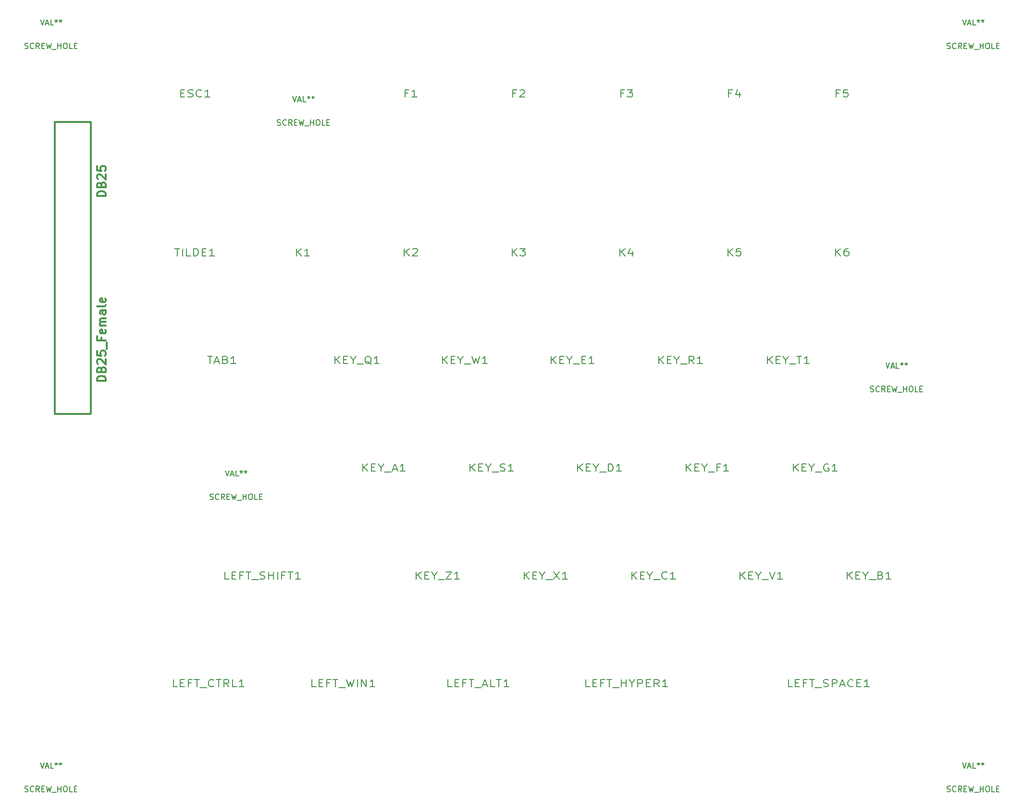
<source format=gbr>
G04 #@! TF.FileFunction,Legend,Top*
%FSLAX46Y46*%
G04 Gerber Fmt 4.6, Leading zero omitted, Abs format (unit mm)*
G04 Created by KiCad (PCBNEW 4.0.7) date 01/13/18 22:59:49*
%MOMM*%
%LPD*%
G01*
G04 APERTURE LIST*
%ADD10C,0.100000*%
%ADD11C,0.304800*%
%ADD12C,0.203200*%
%ADD13C,0.150000*%
G04 APERTURE END LIST*
D10*
D11*
X10675000Y-18846000D02*
X10675000Y-18846000D01*
X10675000Y-18846000D02*
X4325000Y-18846000D01*
X4325000Y-18846000D02*
X4325000Y-70281000D01*
X4325000Y-70281000D02*
X10675000Y-70281000D01*
X10675000Y-70281000D02*
X10675000Y-18973000D01*
X10675000Y-18973000D02*
X10675000Y-18846000D01*
X13269429Y-31872572D02*
X11745429Y-31872572D01*
X11745429Y-31509715D01*
X11818000Y-31292000D01*
X11963143Y-31146858D01*
X12108286Y-31074286D01*
X12398571Y-31001715D01*
X12616286Y-31001715D01*
X12906571Y-31074286D01*
X13051714Y-31146858D01*
X13196857Y-31292000D01*
X13269429Y-31509715D01*
X13269429Y-31872572D01*
X12471143Y-29840572D02*
X12543714Y-29622858D01*
X12616286Y-29550286D01*
X12761429Y-29477715D01*
X12979143Y-29477715D01*
X13124286Y-29550286D01*
X13196857Y-29622858D01*
X13269429Y-29768000D01*
X13269429Y-30348572D01*
X11745429Y-30348572D01*
X11745429Y-29840572D01*
X11818000Y-29695429D01*
X11890571Y-29622858D01*
X12035714Y-29550286D01*
X12180857Y-29550286D01*
X12326000Y-29622858D01*
X12398571Y-29695429D01*
X12471143Y-29840572D01*
X12471143Y-30348572D01*
X11890571Y-28897143D02*
X11818000Y-28824572D01*
X11745429Y-28679429D01*
X11745429Y-28316572D01*
X11818000Y-28171429D01*
X11890571Y-28098858D01*
X12035714Y-28026286D01*
X12180857Y-28026286D01*
X12398571Y-28098858D01*
X13269429Y-28969715D01*
X13269429Y-28026286D01*
X11745429Y-26647429D02*
X11745429Y-27373143D01*
X12471143Y-27445714D01*
X12398571Y-27373143D01*
X12326000Y-27228000D01*
X12326000Y-26865143D01*
X12398571Y-26720000D01*
X12471143Y-26647429D01*
X12616286Y-26574857D01*
X12979143Y-26574857D01*
X13124286Y-26647429D01*
X13196857Y-26720000D01*
X13269429Y-26865143D01*
X13269429Y-27228000D01*
X13196857Y-27373143D01*
X13124286Y-27445714D01*
X13269429Y-64457144D02*
X11745429Y-64457144D01*
X11745429Y-64094287D01*
X11818000Y-63876572D01*
X11963143Y-63731430D01*
X12108286Y-63658858D01*
X12398571Y-63586287D01*
X12616286Y-63586287D01*
X12906571Y-63658858D01*
X13051714Y-63731430D01*
X13196857Y-63876572D01*
X13269429Y-64094287D01*
X13269429Y-64457144D01*
X12471143Y-62425144D02*
X12543714Y-62207430D01*
X12616286Y-62134858D01*
X12761429Y-62062287D01*
X12979143Y-62062287D01*
X13124286Y-62134858D01*
X13196857Y-62207430D01*
X13269429Y-62352572D01*
X13269429Y-62933144D01*
X11745429Y-62933144D01*
X11745429Y-62425144D01*
X11818000Y-62280001D01*
X11890571Y-62207430D01*
X12035714Y-62134858D01*
X12180857Y-62134858D01*
X12326000Y-62207430D01*
X12398571Y-62280001D01*
X12471143Y-62425144D01*
X12471143Y-62933144D01*
X11890571Y-61481715D02*
X11818000Y-61409144D01*
X11745429Y-61264001D01*
X11745429Y-60901144D01*
X11818000Y-60756001D01*
X11890571Y-60683430D01*
X12035714Y-60610858D01*
X12180857Y-60610858D01*
X12398571Y-60683430D01*
X13269429Y-61554287D01*
X13269429Y-60610858D01*
X11745429Y-59232001D02*
X11745429Y-59957715D01*
X12471143Y-60030286D01*
X12398571Y-59957715D01*
X12326000Y-59812572D01*
X12326000Y-59449715D01*
X12398571Y-59304572D01*
X12471143Y-59232001D01*
X12616286Y-59159429D01*
X12979143Y-59159429D01*
X13124286Y-59232001D01*
X13196857Y-59304572D01*
X13269429Y-59449715D01*
X13269429Y-59812572D01*
X13196857Y-59957715D01*
X13124286Y-60030286D01*
X13414571Y-58869143D02*
X13414571Y-57708000D01*
X12471143Y-56837143D02*
X12471143Y-57345143D01*
X13269429Y-57345143D02*
X11745429Y-57345143D01*
X11745429Y-56619429D01*
X13196857Y-55458285D02*
X13269429Y-55603428D01*
X13269429Y-55893714D01*
X13196857Y-56038857D01*
X13051714Y-56111428D01*
X12471143Y-56111428D01*
X12326000Y-56038857D01*
X12253429Y-55893714D01*
X12253429Y-55603428D01*
X12326000Y-55458285D01*
X12471143Y-55385714D01*
X12616286Y-55385714D01*
X12761429Y-56111428D01*
X13269429Y-54732571D02*
X12253429Y-54732571D01*
X12398571Y-54732571D02*
X12326000Y-54659999D01*
X12253429Y-54514857D01*
X12253429Y-54297142D01*
X12326000Y-54151999D01*
X12471143Y-54079428D01*
X13269429Y-54079428D01*
X12471143Y-54079428D02*
X12326000Y-54006857D01*
X12253429Y-53861714D01*
X12253429Y-53643999D01*
X12326000Y-53498857D01*
X12471143Y-53426285D01*
X13269429Y-53426285D01*
X13269429Y-52047428D02*
X12471143Y-52047428D01*
X12326000Y-52119999D01*
X12253429Y-52265142D01*
X12253429Y-52555428D01*
X12326000Y-52700571D01*
X13196857Y-52047428D02*
X13269429Y-52192571D01*
X13269429Y-52555428D01*
X13196857Y-52700571D01*
X13051714Y-52773142D01*
X12906571Y-52773142D01*
X12761429Y-52700571D01*
X12688857Y-52555428D01*
X12688857Y-52192571D01*
X12616286Y-52047428D01*
X13269429Y-51104000D02*
X13196857Y-51249142D01*
X13051714Y-51321714D01*
X11745429Y-51321714D01*
X13196857Y-49942856D02*
X13269429Y-50087999D01*
X13269429Y-50378285D01*
X13196857Y-50523428D01*
X13051714Y-50595999D01*
X12471143Y-50595999D01*
X12326000Y-50523428D01*
X12253429Y-50378285D01*
X12253429Y-50087999D01*
X12326000Y-49942856D01*
X12471143Y-49870285D01*
X12616286Y-49870285D01*
X12761429Y-50595999D01*
D12*
X26460000Y-13734286D02*
X26968000Y-13734286D01*
X27185714Y-14399524D02*
X26460000Y-14399524D01*
X26460000Y-13129524D01*
X27185714Y-13129524D01*
X27766286Y-14339048D02*
X27984000Y-14399524D01*
X28346857Y-14399524D01*
X28492000Y-14339048D01*
X28564571Y-14278571D01*
X28637143Y-14157619D01*
X28637143Y-14036667D01*
X28564571Y-13915714D01*
X28492000Y-13855238D01*
X28346857Y-13794762D01*
X28056571Y-13734286D01*
X27911429Y-13673810D01*
X27838857Y-13613333D01*
X27766286Y-13492381D01*
X27766286Y-13371429D01*
X27838857Y-13250476D01*
X27911429Y-13190000D01*
X28056571Y-13129524D01*
X28419429Y-13129524D01*
X28637143Y-13190000D01*
X30161143Y-14278571D02*
X30088572Y-14339048D01*
X29870858Y-14399524D01*
X29725715Y-14399524D01*
X29508000Y-14339048D01*
X29362858Y-14218095D01*
X29290286Y-14097143D01*
X29217715Y-13855238D01*
X29217715Y-13673810D01*
X29290286Y-13431905D01*
X29362858Y-13310952D01*
X29508000Y-13190000D01*
X29725715Y-13129524D01*
X29870858Y-13129524D01*
X30088572Y-13190000D01*
X30161143Y-13250476D01*
X31612572Y-14399524D02*
X30741715Y-14399524D01*
X31177143Y-14399524D02*
X31177143Y-13129524D01*
X31032000Y-13310952D01*
X30886858Y-13431905D01*
X30741715Y-13492381D01*
X66492000Y-13734286D02*
X65984000Y-13734286D01*
X65984000Y-14399524D02*
X65984000Y-13129524D01*
X66709714Y-13129524D01*
X68088572Y-14399524D02*
X67217715Y-14399524D01*
X67653143Y-14399524D02*
X67653143Y-13129524D01*
X67508000Y-13310952D01*
X67362858Y-13431905D01*
X67217715Y-13492381D01*
X85492000Y-13734286D02*
X84984000Y-13734286D01*
X84984000Y-14399524D02*
X84984000Y-13129524D01*
X85709714Y-13129524D01*
X86217715Y-13250476D02*
X86290286Y-13190000D01*
X86435429Y-13129524D01*
X86798286Y-13129524D01*
X86943429Y-13190000D01*
X87016000Y-13250476D01*
X87088572Y-13371429D01*
X87088572Y-13492381D01*
X87016000Y-13673810D01*
X86145143Y-14399524D01*
X87088572Y-14399524D01*
X104492000Y-13734286D02*
X103984000Y-13734286D01*
X103984000Y-14399524D02*
X103984000Y-13129524D01*
X104709714Y-13129524D01*
X105145143Y-13129524D02*
X106088572Y-13129524D01*
X105580572Y-13613333D01*
X105798286Y-13613333D01*
X105943429Y-13673810D01*
X106016000Y-13734286D01*
X106088572Y-13855238D01*
X106088572Y-14157619D01*
X106016000Y-14278571D01*
X105943429Y-14339048D01*
X105798286Y-14399524D01*
X105362858Y-14399524D01*
X105217715Y-14339048D01*
X105145143Y-14278571D01*
X123492000Y-13734286D02*
X122984000Y-13734286D01*
X122984000Y-14399524D02*
X122984000Y-13129524D01*
X123709714Y-13129524D01*
X124943429Y-13552857D02*
X124943429Y-14399524D01*
X124580572Y-13069048D02*
X124217715Y-13976190D01*
X125161143Y-13976190D01*
X142492000Y-13734286D02*
X141984000Y-13734286D01*
X141984000Y-14399524D02*
X141984000Y-13129524D01*
X142709714Y-13129524D01*
X144016000Y-13129524D02*
X143290286Y-13129524D01*
X143217715Y-13734286D01*
X143290286Y-13673810D01*
X143435429Y-13613333D01*
X143798286Y-13613333D01*
X143943429Y-13673810D01*
X144016000Y-13734286D01*
X144088572Y-13855238D01*
X144088572Y-14157619D01*
X144016000Y-14278571D01*
X143943429Y-14339048D01*
X143798286Y-14399524D01*
X143435429Y-14399524D01*
X143290286Y-14339048D01*
X143217715Y-14278571D01*
X46875143Y-42399524D02*
X46875143Y-41129524D01*
X47746000Y-42399524D02*
X47092857Y-41673810D01*
X47746000Y-41129524D02*
X46875143Y-41855238D01*
X49197429Y-42399524D02*
X48326572Y-42399524D01*
X48762000Y-42399524D02*
X48762000Y-41129524D01*
X48616857Y-41310952D01*
X48471715Y-41431905D01*
X48326572Y-41492381D01*
X65875143Y-42399524D02*
X65875143Y-41129524D01*
X66746000Y-42399524D02*
X66092857Y-41673810D01*
X66746000Y-41129524D02*
X65875143Y-41855238D01*
X67326572Y-41250476D02*
X67399143Y-41190000D01*
X67544286Y-41129524D01*
X67907143Y-41129524D01*
X68052286Y-41190000D01*
X68124857Y-41250476D01*
X68197429Y-41371429D01*
X68197429Y-41492381D01*
X68124857Y-41673810D01*
X67254000Y-42399524D01*
X68197429Y-42399524D01*
X84875143Y-42399524D02*
X84875143Y-41129524D01*
X85746000Y-42399524D02*
X85092857Y-41673810D01*
X85746000Y-41129524D02*
X84875143Y-41855238D01*
X86254000Y-41129524D02*
X87197429Y-41129524D01*
X86689429Y-41613333D01*
X86907143Y-41613333D01*
X87052286Y-41673810D01*
X87124857Y-41734286D01*
X87197429Y-41855238D01*
X87197429Y-42157619D01*
X87124857Y-42278571D01*
X87052286Y-42339048D01*
X86907143Y-42399524D01*
X86471715Y-42399524D01*
X86326572Y-42339048D01*
X86254000Y-42278571D01*
X103875143Y-42399524D02*
X103875143Y-41129524D01*
X104746000Y-42399524D02*
X104092857Y-41673810D01*
X104746000Y-41129524D02*
X103875143Y-41855238D01*
X106052286Y-41552857D02*
X106052286Y-42399524D01*
X105689429Y-41069048D02*
X105326572Y-41976190D01*
X106270000Y-41976190D01*
X122875143Y-42399524D02*
X122875143Y-41129524D01*
X123746000Y-42399524D02*
X123092857Y-41673810D01*
X123746000Y-41129524D02*
X122875143Y-41855238D01*
X125124857Y-41129524D02*
X124399143Y-41129524D01*
X124326572Y-41734286D01*
X124399143Y-41673810D01*
X124544286Y-41613333D01*
X124907143Y-41613333D01*
X125052286Y-41673810D01*
X125124857Y-41734286D01*
X125197429Y-41855238D01*
X125197429Y-42157619D01*
X125124857Y-42278571D01*
X125052286Y-42339048D01*
X124907143Y-42399524D01*
X124544286Y-42399524D01*
X124399143Y-42339048D01*
X124326572Y-42278571D01*
X141875143Y-42399524D02*
X141875143Y-41129524D01*
X142746000Y-42399524D02*
X142092857Y-41673810D01*
X142746000Y-41129524D02*
X141875143Y-41855238D01*
X144052286Y-41129524D02*
X143762000Y-41129524D01*
X143616857Y-41190000D01*
X143544286Y-41250476D01*
X143399143Y-41431905D01*
X143326572Y-41673810D01*
X143326572Y-42157619D01*
X143399143Y-42278571D01*
X143471715Y-42339048D01*
X143616857Y-42399524D01*
X143907143Y-42399524D01*
X144052286Y-42339048D01*
X144124857Y-42278571D01*
X144197429Y-42157619D01*
X144197429Y-41855238D01*
X144124857Y-41734286D01*
X144052286Y-41673810D01*
X143907143Y-41613333D01*
X143616857Y-41613333D01*
X143471715Y-41673810D01*
X143399143Y-41734286D01*
X143326572Y-41855238D01*
X58548857Y-80399524D02*
X58548857Y-79129524D01*
X59419714Y-80399524D02*
X58766571Y-79673810D01*
X59419714Y-79129524D02*
X58548857Y-79855238D01*
X60072857Y-79734286D02*
X60580857Y-79734286D01*
X60798571Y-80399524D02*
X60072857Y-80399524D01*
X60072857Y-79129524D01*
X60798571Y-79129524D01*
X61742000Y-79794762D02*
X61742000Y-80399524D01*
X61234000Y-79129524D02*
X61742000Y-79794762D01*
X62250000Y-79129524D01*
X62395143Y-80520476D02*
X63556286Y-80520476D01*
X63846572Y-80036667D02*
X64572286Y-80036667D01*
X63701429Y-80399524D02*
X64209429Y-79129524D01*
X64717429Y-80399524D01*
X66023715Y-80399524D02*
X65152858Y-80399524D01*
X65588286Y-80399524D02*
X65588286Y-79129524D01*
X65443143Y-79310952D01*
X65298001Y-79431905D01*
X65152858Y-79492381D01*
X143940000Y-99399524D02*
X143940000Y-98129524D01*
X144810857Y-99399524D02*
X144157714Y-98673810D01*
X144810857Y-98129524D02*
X143940000Y-98855238D01*
X145464000Y-98734286D02*
X145972000Y-98734286D01*
X146189714Y-99399524D02*
X145464000Y-99399524D01*
X145464000Y-98129524D01*
X146189714Y-98129524D01*
X147133143Y-98794762D02*
X147133143Y-99399524D01*
X146625143Y-98129524D02*
X147133143Y-98794762D01*
X147641143Y-98129524D01*
X147786286Y-99520476D02*
X148947429Y-99520476D01*
X149818286Y-98734286D02*
X150036000Y-98794762D01*
X150108572Y-98855238D01*
X150181143Y-98976190D01*
X150181143Y-99157619D01*
X150108572Y-99278571D01*
X150036000Y-99339048D01*
X149890858Y-99399524D01*
X149310286Y-99399524D01*
X149310286Y-98129524D01*
X149818286Y-98129524D01*
X149963429Y-98190000D01*
X150036000Y-98250476D01*
X150108572Y-98371429D01*
X150108572Y-98492381D01*
X150036000Y-98613333D01*
X149963429Y-98673810D01*
X149818286Y-98734286D01*
X149310286Y-98734286D01*
X151632572Y-99399524D02*
X150761715Y-99399524D01*
X151197143Y-99399524D02*
X151197143Y-98129524D01*
X151052000Y-98310952D01*
X150906858Y-98431905D01*
X150761715Y-98492381D01*
X105940000Y-99399524D02*
X105940000Y-98129524D01*
X106810857Y-99399524D02*
X106157714Y-98673810D01*
X106810857Y-98129524D02*
X105940000Y-98855238D01*
X107464000Y-98734286D02*
X107972000Y-98734286D01*
X108189714Y-99399524D02*
X107464000Y-99399524D01*
X107464000Y-98129524D01*
X108189714Y-98129524D01*
X109133143Y-98794762D02*
X109133143Y-99399524D01*
X108625143Y-98129524D02*
X109133143Y-98794762D01*
X109641143Y-98129524D01*
X109786286Y-99520476D02*
X110947429Y-99520476D01*
X112181143Y-99278571D02*
X112108572Y-99339048D01*
X111890858Y-99399524D01*
X111745715Y-99399524D01*
X111528000Y-99339048D01*
X111382858Y-99218095D01*
X111310286Y-99097143D01*
X111237715Y-98855238D01*
X111237715Y-98673810D01*
X111310286Y-98431905D01*
X111382858Y-98310952D01*
X111528000Y-98190000D01*
X111745715Y-98129524D01*
X111890858Y-98129524D01*
X112108572Y-98190000D01*
X112181143Y-98250476D01*
X113632572Y-99399524D02*
X112761715Y-99399524D01*
X113197143Y-99399524D02*
X113197143Y-98129524D01*
X113052000Y-98310952D01*
X112906858Y-98431905D01*
X112761715Y-98492381D01*
X96440000Y-80399524D02*
X96440000Y-79129524D01*
X97310857Y-80399524D02*
X96657714Y-79673810D01*
X97310857Y-79129524D02*
X96440000Y-79855238D01*
X97964000Y-79734286D02*
X98472000Y-79734286D01*
X98689714Y-80399524D02*
X97964000Y-80399524D01*
X97964000Y-79129524D01*
X98689714Y-79129524D01*
X99633143Y-79794762D02*
X99633143Y-80399524D01*
X99125143Y-79129524D02*
X99633143Y-79794762D01*
X100141143Y-79129524D01*
X100286286Y-80520476D02*
X101447429Y-80520476D01*
X101810286Y-80399524D02*
X101810286Y-79129524D01*
X102173143Y-79129524D01*
X102390858Y-79190000D01*
X102536000Y-79310952D01*
X102608572Y-79431905D01*
X102681143Y-79673810D01*
X102681143Y-79855238D01*
X102608572Y-80097143D01*
X102536000Y-80218095D01*
X102390858Y-80339048D01*
X102173143Y-80399524D01*
X101810286Y-80399524D01*
X104132572Y-80399524D02*
X103261715Y-80399524D01*
X103697143Y-80399524D02*
X103697143Y-79129524D01*
X103552000Y-79310952D01*
X103406858Y-79431905D01*
X103261715Y-79492381D01*
X91762571Y-61399524D02*
X91762571Y-60129524D01*
X92633428Y-61399524D02*
X91980285Y-60673810D01*
X92633428Y-60129524D02*
X91762571Y-60855238D01*
X93286571Y-60734286D02*
X93794571Y-60734286D01*
X94012285Y-61399524D02*
X93286571Y-61399524D01*
X93286571Y-60129524D01*
X94012285Y-60129524D01*
X94955714Y-60794762D02*
X94955714Y-61399524D01*
X94447714Y-60129524D02*
X94955714Y-60794762D01*
X95463714Y-60129524D01*
X95608857Y-61520476D02*
X96770000Y-61520476D01*
X97132857Y-60734286D02*
X97640857Y-60734286D01*
X97858571Y-61399524D02*
X97132857Y-61399524D01*
X97132857Y-60129524D01*
X97858571Y-60129524D01*
X99310000Y-61399524D02*
X98439143Y-61399524D01*
X98874571Y-61399524D02*
X98874571Y-60129524D01*
X98729428Y-60310952D01*
X98584286Y-60431905D01*
X98439143Y-60492381D01*
X115548857Y-80399524D02*
X115548857Y-79129524D01*
X116419714Y-80399524D02*
X115766571Y-79673810D01*
X116419714Y-79129524D02*
X115548857Y-79855238D01*
X117072857Y-79734286D02*
X117580857Y-79734286D01*
X117798571Y-80399524D02*
X117072857Y-80399524D01*
X117072857Y-79129524D01*
X117798571Y-79129524D01*
X118742000Y-79794762D02*
X118742000Y-80399524D01*
X118234000Y-79129524D02*
X118742000Y-79794762D01*
X119250000Y-79129524D01*
X119395143Y-80520476D02*
X120556286Y-80520476D01*
X121427143Y-79734286D02*
X120919143Y-79734286D01*
X120919143Y-80399524D02*
X120919143Y-79129524D01*
X121644857Y-79129524D01*
X123023715Y-80399524D02*
X122152858Y-80399524D01*
X122588286Y-80399524D02*
X122588286Y-79129524D01*
X122443143Y-79310952D01*
X122298001Y-79431905D01*
X122152858Y-79492381D01*
X134440000Y-80399524D02*
X134440000Y-79129524D01*
X135310857Y-80399524D02*
X134657714Y-79673810D01*
X135310857Y-79129524D02*
X134440000Y-79855238D01*
X135964000Y-79734286D02*
X136472000Y-79734286D01*
X136689714Y-80399524D02*
X135964000Y-80399524D01*
X135964000Y-79129524D01*
X136689714Y-79129524D01*
X137633143Y-79794762D02*
X137633143Y-80399524D01*
X137125143Y-79129524D02*
X137633143Y-79794762D01*
X138141143Y-79129524D01*
X138286286Y-80520476D02*
X139447429Y-80520476D01*
X140608572Y-79190000D02*
X140463429Y-79129524D01*
X140245715Y-79129524D01*
X140028000Y-79190000D01*
X139882858Y-79310952D01*
X139810286Y-79431905D01*
X139737715Y-79673810D01*
X139737715Y-79855238D01*
X139810286Y-80097143D01*
X139882858Y-80218095D01*
X140028000Y-80339048D01*
X140245715Y-80399524D01*
X140390858Y-80399524D01*
X140608572Y-80339048D01*
X140681143Y-80278571D01*
X140681143Y-79855238D01*
X140390858Y-79855238D01*
X142132572Y-80399524D02*
X141261715Y-80399524D01*
X141697143Y-80399524D02*
X141697143Y-79129524D01*
X141552000Y-79310952D01*
X141406858Y-79431905D01*
X141261715Y-79492381D01*
X53653714Y-61399524D02*
X53653714Y-60129524D01*
X54524571Y-61399524D02*
X53871428Y-60673810D01*
X54524571Y-60129524D02*
X53653714Y-60855238D01*
X55177714Y-60734286D02*
X55685714Y-60734286D01*
X55903428Y-61399524D02*
X55177714Y-61399524D01*
X55177714Y-60129524D01*
X55903428Y-60129524D01*
X56846857Y-60794762D02*
X56846857Y-61399524D01*
X56338857Y-60129524D02*
X56846857Y-60794762D01*
X57354857Y-60129524D01*
X57500000Y-61520476D02*
X58661143Y-61520476D01*
X60040000Y-61520476D02*
X59894857Y-61460000D01*
X59749714Y-61339048D01*
X59532000Y-61157619D01*
X59386857Y-61097143D01*
X59241714Y-61097143D01*
X59314286Y-61399524D02*
X59169143Y-61339048D01*
X59024000Y-61218095D01*
X58951429Y-60976190D01*
X58951429Y-60552857D01*
X59024000Y-60310952D01*
X59169143Y-60190000D01*
X59314286Y-60129524D01*
X59604572Y-60129524D01*
X59749714Y-60190000D01*
X59894857Y-60310952D01*
X59967429Y-60552857D01*
X59967429Y-60976190D01*
X59894857Y-61218095D01*
X59749714Y-61339048D01*
X59604572Y-61399524D01*
X59314286Y-61399524D01*
X61418857Y-61399524D02*
X60548000Y-61399524D01*
X60983428Y-61399524D02*
X60983428Y-60129524D01*
X60838285Y-60310952D01*
X60693143Y-60431905D01*
X60548000Y-60492381D01*
X110690000Y-61399524D02*
X110690000Y-60129524D01*
X111560857Y-61399524D02*
X110907714Y-60673810D01*
X111560857Y-60129524D02*
X110690000Y-60855238D01*
X112214000Y-60734286D02*
X112722000Y-60734286D01*
X112939714Y-61399524D02*
X112214000Y-61399524D01*
X112214000Y-60129524D01*
X112939714Y-60129524D01*
X113883143Y-60794762D02*
X113883143Y-61399524D01*
X113375143Y-60129524D02*
X113883143Y-60794762D01*
X114391143Y-60129524D01*
X114536286Y-61520476D02*
X115697429Y-61520476D01*
X116931143Y-61399524D02*
X116423143Y-60794762D01*
X116060286Y-61399524D02*
X116060286Y-60129524D01*
X116640858Y-60129524D01*
X116786000Y-60190000D01*
X116858572Y-60250476D01*
X116931143Y-60371429D01*
X116931143Y-60552857D01*
X116858572Y-60673810D01*
X116786000Y-60734286D01*
X116640858Y-60794762D01*
X116060286Y-60794762D01*
X118382572Y-61399524D02*
X117511715Y-61399524D01*
X117947143Y-61399524D02*
X117947143Y-60129524D01*
X117802000Y-60310952D01*
X117656858Y-60431905D01*
X117511715Y-60492381D01*
X77476285Y-80399524D02*
X77476285Y-79129524D01*
X78347142Y-80399524D02*
X77693999Y-79673810D01*
X78347142Y-79129524D02*
X77476285Y-79855238D01*
X79000285Y-79734286D02*
X79508285Y-79734286D01*
X79725999Y-80399524D02*
X79000285Y-80399524D01*
X79000285Y-79129524D01*
X79725999Y-79129524D01*
X80669428Y-79794762D02*
X80669428Y-80399524D01*
X80161428Y-79129524D02*
X80669428Y-79794762D01*
X81177428Y-79129524D01*
X81322571Y-80520476D02*
X82483714Y-80520476D01*
X82774000Y-80339048D02*
X82991714Y-80399524D01*
X83354571Y-80399524D01*
X83499714Y-80339048D01*
X83572285Y-80278571D01*
X83644857Y-80157619D01*
X83644857Y-80036667D01*
X83572285Y-79915714D01*
X83499714Y-79855238D01*
X83354571Y-79794762D01*
X83064285Y-79734286D01*
X82919143Y-79673810D01*
X82846571Y-79613333D01*
X82774000Y-79492381D01*
X82774000Y-79371429D01*
X82846571Y-79250476D01*
X82919143Y-79190000D01*
X83064285Y-79129524D01*
X83427143Y-79129524D01*
X83644857Y-79190000D01*
X85096286Y-80399524D02*
X84225429Y-80399524D01*
X84660857Y-80399524D02*
X84660857Y-79129524D01*
X84515714Y-79310952D01*
X84370572Y-79431905D01*
X84225429Y-79492381D01*
X129871428Y-61399524D02*
X129871428Y-60129524D01*
X130742285Y-61399524D02*
X130089142Y-60673810D01*
X130742285Y-60129524D02*
X129871428Y-60855238D01*
X131395428Y-60734286D02*
X131903428Y-60734286D01*
X132121142Y-61399524D02*
X131395428Y-61399524D01*
X131395428Y-60129524D01*
X132121142Y-60129524D01*
X133064571Y-60794762D02*
X133064571Y-61399524D01*
X132556571Y-60129524D02*
X133064571Y-60794762D01*
X133572571Y-60129524D01*
X133717714Y-61520476D02*
X134878857Y-61520476D01*
X135024000Y-60129524D02*
X135894857Y-60129524D01*
X135459428Y-61399524D02*
X135459428Y-60129524D01*
X137201143Y-61399524D02*
X136330286Y-61399524D01*
X136765714Y-61399524D02*
X136765714Y-60129524D01*
X136620571Y-60310952D01*
X136475429Y-60431905D01*
X136330286Y-60492381D01*
X125048857Y-99399524D02*
X125048857Y-98129524D01*
X125919714Y-99399524D02*
X125266571Y-98673810D01*
X125919714Y-98129524D02*
X125048857Y-98855238D01*
X126572857Y-98734286D02*
X127080857Y-98734286D01*
X127298571Y-99399524D02*
X126572857Y-99399524D01*
X126572857Y-98129524D01*
X127298571Y-98129524D01*
X128242000Y-98794762D02*
X128242000Y-99399524D01*
X127734000Y-98129524D02*
X128242000Y-98794762D01*
X128750000Y-98129524D01*
X128895143Y-99520476D02*
X130056286Y-99520476D01*
X130201429Y-98129524D02*
X130709429Y-99399524D01*
X131217429Y-98129524D01*
X132523715Y-99399524D02*
X131652858Y-99399524D01*
X132088286Y-99399524D02*
X132088286Y-98129524D01*
X131943143Y-98310952D01*
X131798001Y-98431905D01*
X131652858Y-98492381D01*
X72581143Y-61399524D02*
X72581143Y-60129524D01*
X73452000Y-61399524D02*
X72798857Y-60673810D01*
X73452000Y-60129524D02*
X72581143Y-60855238D01*
X74105143Y-60734286D02*
X74613143Y-60734286D01*
X74830857Y-61399524D02*
X74105143Y-61399524D01*
X74105143Y-60129524D01*
X74830857Y-60129524D01*
X75774286Y-60794762D02*
X75774286Y-61399524D01*
X75266286Y-60129524D02*
X75774286Y-60794762D01*
X76282286Y-60129524D01*
X76427429Y-61520476D02*
X77588572Y-61520476D01*
X77806286Y-60129524D02*
X78169143Y-61399524D01*
X78459429Y-60492381D01*
X78749715Y-61399524D01*
X79112572Y-60129524D01*
X80491429Y-61399524D02*
X79620572Y-61399524D01*
X80056000Y-61399524D02*
X80056000Y-60129524D01*
X79910857Y-60310952D01*
X79765715Y-60431905D01*
X79620572Y-60492381D01*
X86976285Y-99399524D02*
X86976285Y-98129524D01*
X87847142Y-99399524D02*
X87193999Y-98673810D01*
X87847142Y-98129524D02*
X86976285Y-98855238D01*
X88500285Y-98734286D02*
X89008285Y-98734286D01*
X89225999Y-99399524D02*
X88500285Y-99399524D01*
X88500285Y-98129524D01*
X89225999Y-98129524D01*
X90169428Y-98794762D02*
X90169428Y-99399524D01*
X89661428Y-98129524D02*
X90169428Y-98794762D01*
X90677428Y-98129524D01*
X90822571Y-99520476D02*
X91983714Y-99520476D01*
X92201428Y-98129524D02*
X93217428Y-99399524D01*
X93217428Y-98129524D02*
X92201428Y-99399524D01*
X94596286Y-99399524D02*
X93725429Y-99399524D01*
X94160857Y-99399524D02*
X94160857Y-98129524D01*
X94015714Y-98310952D01*
X93870572Y-98431905D01*
X93725429Y-98492381D01*
X67976285Y-99399524D02*
X67976285Y-98129524D01*
X68847142Y-99399524D02*
X68193999Y-98673810D01*
X68847142Y-98129524D02*
X67976285Y-98855238D01*
X69500285Y-98734286D02*
X70008285Y-98734286D01*
X70225999Y-99399524D02*
X69500285Y-99399524D01*
X69500285Y-98129524D01*
X70225999Y-98129524D01*
X71169428Y-98794762D02*
X71169428Y-99399524D01*
X70661428Y-98129524D02*
X71169428Y-98794762D01*
X71677428Y-98129524D01*
X71822571Y-99520476D02*
X72983714Y-99520476D01*
X73201428Y-98129524D02*
X74217428Y-98129524D01*
X73201428Y-99399524D01*
X74217428Y-99399524D01*
X75596286Y-99399524D02*
X74725429Y-99399524D01*
X75160857Y-99399524D02*
X75160857Y-98129524D01*
X75015714Y-98310952D01*
X74870572Y-98431905D01*
X74725429Y-98492381D01*
X74266714Y-118399524D02*
X73541000Y-118399524D01*
X73541000Y-117129524D01*
X74774714Y-117734286D02*
X75282714Y-117734286D01*
X75500428Y-118399524D02*
X74774714Y-118399524D01*
X74774714Y-117129524D01*
X75500428Y-117129524D01*
X76661571Y-117734286D02*
X76153571Y-117734286D01*
X76153571Y-118399524D02*
X76153571Y-117129524D01*
X76879285Y-117129524D01*
X77242143Y-117129524D02*
X78113000Y-117129524D01*
X77677571Y-118399524D02*
X77677571Y-117129524D01*
X78258143Y-118520476D02*
X79419286Y-118520476D01*
X79709572Y-118036667D02*
X80435286Y-118036667D01*
X79564429Y-118399524D02*
X80072429Y-117129524D01*
X80580429Y-118399524D01*
X81814143Y-118399524D02*
X81088429Y-118399524D01*
X81088429Y-117129524D01*
X82104429Y-117129524D02*
X82975286Y-117129524D01*
X82539857Y-118399524D02*
X82539857Y-117129524D01*
X84281572Y-118399524D02*
X83410715Y-118399524D01*
X83846143Y-118399524D02*
X83846143Y-117129524D01*
X83701000Y-117310952D01*
X83555858Y-117431905D01*
X83410715Y-117492381D01*
X25895857Y-118399524D02*
X25170143Y-118399524D01*
X25170143Y-117129524D01*
X26403857Y-117734286D02*
X26911857Y-117734286D01*
X27129571Y-118399524D02*
X26403857Y-118399524D01*
X26403857Y-117129524D01*
X27129571Y-117129524D01*
X28290714Y-117734286D02*
X27782714Y-117734286D01*
X27782714Y-118399524D02*
X27782714Y-117129524D01*
X28508428Y-117129524D01*
X28871286Y-117129524D02*
X29742143Y-117129524D01*
X29306714Y-118399524D02*
X29306714Y-117129524D01*
X29887286Y-118520476D02*
X31048429Y-118520476D01*
X32282143Y-118278571D02*
X32209572Y-118339048D01*
X31991858Y-118399524D01*
X31846715Y-118399524D01*
X31629000Y-118339048D01*
X31483858Y-118218095D01*
X31411286Y-118097143D01*
X31338715Y-117855238D01*
X31338715Y-117673810D01*
X31411286Y-117431905D01*
X31483858Y-117310952D01*
X31629000Y-117190000D01*
X31846715Y-117129524D01*
X31991858Y-117129524D01*
X32209572Y-117190000D01*
X32282143Y-117250476D01*
X32717572Y-117129524D02*
X33588429Y-117129524D01*
X33153000Y-118399524D02*
X33153000Y-117129524D01*
X34967286Y-118399524D02*
X34459286Y-117794762D01*
X34096429Y-118399524D02*
X34096429Y-117129524D01*
X34677001Y-117129524D01*
X34822143Y-117190000D01*
X34894715Y-117250476D01*
X34967286Y-117371429D01*
X34967286Y-117552857D01*
X34894715Y-117673810D01*
X34822143Y-117734286D01*
X34677001Y-117794762D01*
X34096429Y-117794762D01*
X36346143Y-118399524D02*
X35620429Y-118399524D01*
X35620429Y-117129524D01*
X37652429Y-118399524D02*
X36781572Y-118399524D01*
X37217000Y-118399524D02*
X37217000Y-117129524D01*
X37071857Y-117310952D01*
X36926715Y-117431905D01*
X36781572Y-117492381D01*
X98577428Y-118399524D02*
X97851714Y-118399524D01*
X97851714Y-117129524D01*
X99085428Y-117734286D02*
X99593428Y-117734286D01*
X99811142Y-118399524D02*
X99085428Y-118399524D01*
X99085428Y-117129524D01*
X99811142Y-117129524D01*
X100972285Y-117734286D02*
X100464285Y-117734286D01*
X100464285Y-118399524D02*
X100464285Y-117129524D01*
X101189999Y-117129524D01*
X101552857Y-117129524D02*
X102423714Y-117129524D01*
X101988285Y-118399524D02*
X101988285Y-117129524D01*
X102568857Y-118520476D02*
X103730000Y-118520476D01*
X104092857Y-118399524D02*
X104092857Y-117129524D01*
X104092857Y-117734286D02*
X104963714Y-117734286D01*
X104963714Y-118399524D02*
X104963714Y-117129524D01*
X105979714Y-117794762D02*
X105979714Y-118399524D01*
X105471714Y-117129524D02*
X105979714Y-117794762D01*
X106487714Y-117129524D01*
X106995714Y-118399524D02*
X106995714Y-117129524D01*
X107576286Y-117129524D01*
X107721428Y-117190000D01*
X107794000Y-117250476D01*
X107866571Y-117371429D01*
X107866571Y-117552857D01*
X107794000Y-117673810D01*
X107721428Y-117734286D01*
X107576286Y-117794762D01*
X106995714Y-117794762D01*
X108519714Y-117734286D02*
X109027714Y-117734286D01*
X109245428Y-118399524D02*
X108519714Y-118399524D01*
X108519714Y-117129524D01*
X109245428Y-117129524D01*
X110769428Y-118399524D02*
X110261428Y-117794762D01*
X109898571Y-118399524D02*
X109898571Y-117129524D01*
X110479143Y-117129524D01*
X110624285Y-117190000D01*
X110696857Y-117250476D01*
X110769428Y-117371429D01*
X110769428Y-117552857D01*
X110696857Y-117673810D01*
X110624285Y-117734286D01*
X110479143Y-117794762D01*
X109898571Y-117794762D01*
X112220857Y-118399524D02*
X111350000Y-118399524D01*
X111785428Y-118399524D02*
X111785428Y-117129524D01*
X111640285Y-117310952D01*
X111495143Y-117431905D01*
X111350000Y-117492381D01*
X34996714Y-99399524D02*
X34271000Y-99399524D01*
X34271000Y-98129524D01*
X35504714Y-98734286D02*
X36012714Y-98734286D01*
X36230428Y-99399524D02*
X35504714Y-99399524D01*
X35504714Y-98129524D01*
X36230428Y-98129524D01*
X37391571Y-98734286D02*
X36883571Y-98734286D01*
X36883571Y-99399524D02*
X36883571Y-98129524D01*
X37609285Y-98129524D01*
X37972143Y-98129524D02*
X38843000Y-98129524D01*
X38407571Y-99399524D02*
X38407571Y-98129524D01*
X38988143Y-99520476D02*
X40149286Y-99520476D01*
X40439572Y-99339048D02*
X40657286Y-99399524D01*
X41020143Y-99399524D01*
X41165286Y-99339048D01*
X41237857Y-99278571D01*
X41310429Y-99157619D01*
X41310429Y-99036667D01*
X41237857Y-98915714D01*
X41165286Y-98855238D01*
X41020143Y-98794762D01*
X40729857Y-98734286D01*
X40584715Y-98673810D01*
X40512143Y-98613333D01*
X40439572Y-98492381D01*
X40439572Y-98371429D01*
X40512143Y-98250476D01*
X40584715Y-98190000D01*
X40729857Y-98129524D01*
X41092715Y-98129524D01*
X41310429Y-98190000D01*
X41963572Y-99399524D02*
X41963572Y-98129524D01*
X41963572Y-98734286D02*
X42834429Y-98734286D01*
X42834429Y-99399524D02*
X42834429Y-98129524D01*
X43560143Y-99399524D02*
X43560143Y-98129524D01*
X44793857Y-98734286D02*
X44285857Y-98734286D01*
X44285857Y-99399524D02*
X44285857Y-98129524D01*
X45011571Y-98129524D01*
X45374429Y-98129524D02*
X46245286Y-98129524D01*
X45809857Y-99399524D02*
X45809857Y-98129524D01*
X47551572Y-99399524D02*
X46680715Y-99399524D01*
X47116143Y-99399524D02*
X47116143Y-98129524D01*
X46971000Y-98310952D01*
X46825858Y-98431905D01*
X46680715Y-98492381D01*
X134274999Y-118399524D02*
X133549285Y-118399524D01*
X133549285Y-117129524D01*
X134782999Y-117734286D02*
X135290999Y-117734286D01*
X135508713Y-118399524D02*
X134782999Y-118399524D01*
X134782999Y-117129524D01*
X135508713Y-117129524D01*
X136669856Y-117734286D02*
X136161856Y-117734286D01*
X136161856Y-118399524D02*
X136161856Y-117129524D01*
X136887570Y-117129524D01*
X137250428Y-117129524D02*
X138121285Y-117129524D01*
X137685856Y-118399524D02*
X137685856Y-117129524D01*
X138266428Y-118520476D02*
X139427571Y-118520476D01*
X139717857Y-118339048D02*
X139935571Y-118399524D01*
X140298428Y-118399524D01*
X140443571Y-118339048D01*
X140516142Y-118278571D01*
X140588714Y-118157619D01*
X140588714Y-118036667D01*
X140516142Y-117915714D01*
X140443571Y-117855238D01*
X140298428Y-117794762D01*
X140008142Y-117734286D01*
X139863000Y-117673810D01*
X139790428Y-117613333D01*
X139717857Y-117492381D01*
X139717857Y-117371429D01*
X139790428Y-117250476D01*
X139863000Y-117190000D01*
X140008142Y-117129524D01*
X140371000Y-117129524D01*
X140588714Y-117190000D01*
X141241857Y-118399524D02*
X141241857Y-117129524D01*
X141822429Y-117129524D01*
X141967571Y-117190000D01*
X142040143Y-117250476D01*
X142112714Y-117371429D01*
X142112714Y-117552857D01*
X142040143Y-117673810D01*
X141967571Y-117734286D01*
X141822429Y-117794762D01*
X141241857Y-117794762D01*
X142693286Y-118036667D02*
X143419000Y-118036667D01*
X142548143Y-118399524D02*
X143056143Y-117129524D01*
X143564143Y-118399524D01*
X144943000Y-118278571D02*
X144870429Y-118339048D01*
X144652715Y-118399524D01*
X144507572Y-118399524D01*
X144289857Y-118339048D01*
X144144715Y-118218095D01*
X144072143Y-118097143D01*
X143999572Y-117855238D01*
X143999572Y-117673810D01*
X144072143Y-117431905D01*
X144144715Y-117310952D01*
X144289857Y-117190000D01*
X144507572Y-117129524D01*
X144652715Y-117129524D01*
X144870429Y-117190000D01*
X144943000Y-117250476D01*
X145596143Y-117734286D02*
X146104143Y-117734286D01*
X146321857Y-118399524D02*
X145596143Y-118399524D01*
X145596143Y-117129524D01*
X146321857Y-117129524D01*
X147773286Y-118399524D02*
X146902429Y-118399524D01*
X147337857Y-118399524D02*
X147337857Y-117129524D01*
X147192714Y-117310952D01*
X147047572Y-117431905D01*
X146902429Y-117492381D01*
X50335286Y-118399524D02*
X49609572Y-118399524D01*
X49609572Y-117129524D01*
X50843286Y-117734286D02*
X51351286Y-117734286D01*
X51569000Y-118399524D02*
X50843286Y-118399524D01*
X50843286Y-117129524D01*
X51569000Y-117129524D01*
X52730143Y-117734286D02*
X52222143Y-117734286D01*
X52222143Y-118399524D02*
X52222143Y-117129524D01*
X52947857Y-117129524D01*
X53310715Y-117129524D02*
X54181572Y-117129524D01*
X53746143Y-118399524D02*
X53746143Y-117129524D01*
X54326715Y-118520476D02*
X55487858Y-118520476D01*
X55705572Y-117129524D02*
X56068429Y-118399524D01*
X56358715Y-117492381D01*
X56649001Y-118399524D01*
X57011858Y-117129524D01*
X57592429Y-118399524D02*
X57592429Y-117129524D01*
X58318143Y-118399524D02*
X58318143Y-117129524D01*
X59189000Y-118399524D01*
X59189000Y-117129524D01*
X60713000Y-118399524D02*
X59842143Y-118399524D01*
X60277571Y-118399524D02*
X60277571Y-117129524D01*
X60132428Y-117310952D01*
X59987286Y-117431905D01*
X59842143Y-117492381D01*
X31173714Y-60129524D02*
X32044571Y-60129524D01*
X31609142Y-61399524D02*
X31609142Y-60129524D01*
X32480000Y-61036667D02*
X33205714Y-61036667D01*
X32334857Y-61399524D02*
X32842857Y-60129524D01*
X33350857Y-61399524D01*
X34366857Y-60734286D02*
X34584571Y-60794762D01*
X34657143Y-60855238D01*
X34729714Y-60976190D01*
X34729714Y-61157619D01*
X34657143Y-61278571D01*
X34584571Y-61339048D01*
X34439429Y-61399524D01*
X33858857Y-61399524D01*
X33858857Y-60129524D01*
X34366857Y-60129524D01*
X34512000Y-60190000D01*
X34584571Y-60250476D01*
X34657143Y-60371429D01*
X34657143Y-60492381D01*
X34584571Y-60613333D01*
X34512000Y-60673810D01*
X34366857Y-60734286D01*
X33858857Y-60734286D01*
X36181143Y-61399524D02*
X35310286Y-61399524D01*
X35745714Y-61399524D02*
X35745714Y-60129524D01*
X35600571Y-60310952D01*
X35455429Y-60431905D01*
X35310286Y-60492381D01*
X25407715Y-41129524D02*
X26278572Y-41129524D01*
X25843143Y-42399524D02*
X25843143Y-41129524D01*
X26786572Y-42399524D02*
X26786572Y-41129524D01*
X28238000Y-42399524D02*
X27512286Y-42399524D01*
X27512286Y-41129524D01*
X28746000Y-42399524D02*
X28746000Y-41129524D01*
X29108857Y-41129524D01*
X29326572Y-41190000D01*
X29471714Y-41310952D01*
X29544286Y-41431905D01*
X29616857Y-41673810D01*
X29616857Y-41855238D01*
X29544286Y-42097143D01*
X29471714Y-42218095D01*
X29326572Y-42339048D01*
X29108857Y-42399524D01*
X28746000Y-42399524D01*
X30270000Y-41734286D02*
X30778000Y-41734286D01*
X30995714Y-42399524D02*
X30270000Y-42399524D01*
X30270000Y-41129524D01*
X30995714Y-41129524D01*
X32447143Y-42399524D02*
X31576286Y-42399524D01*
X32011714Y-42399524D02*
X32011714Y-41129524D01*
X31866571Y-41310952D01*
X31721429Y-41431905D01*
X31576286Y-41492381D01*
D13*
X-995238Y-5854762D02*
X-852381Y-5902381D01*
X-614285Y-5902381D01*
X-519047Y-5854762D01*
X-471428Y-5807143D01*
X-423809Y-5711905D01*
X-423809Y-5616667D01*
X-471428Y-5521429D01*
X-519047Y-5473810D01*
X-614285Y-5426190D01*
X-804762Y-5378571D01*
X-900000Y-5330952D01*
X-947619Y-5283333D01*
X-995238Y-5188095D01*
X-995238Y-5092857D01*
X-947619Y-4997619D01*
X-900000Y-4950000D01*
X-804762Y-4902381D01*
X-566666Y-4902381D01*
X-423809Y-4950000D01*
X576191Y-5807143D02*
X528572Y-5854762D01*
X385715Y-5902381D01*
X290477Y-5902381D01*
X147619Y-5854762D01*
X52381Y-5759524D01*
X4762Y-5664286D01*
X-42857Y-5473810D01*
X-42857Y-5330952D01*
X4762Y-5140476D01*
X52381Y-5045238D01*
X147619Y-4950000D01*
X290477Y-4902381D01*
X385715Y-4902381D01*
X528572Y-4950000D01*
X576191Y-4997619D01*
X1576191Y-5902381D02*
X1242857Y-5426190D01*
X1004762Y-5902381D02*
X1004762Y-4902381D01*
X1385715Y-4902381D01*
X1480953Y-4950000D01*
X1528572Y-4997619D01*
X1576191Y-5092857D01*
X1576191Y-5235714D01*
X1528572Y-5330952D01*
X1480953Y-5378571D01*
X1385715Y-5426190D01*
X1004762Y-5426190D01*
X2004762Y-5378571D02*
X2338096Y-5378571D01*
X2480953Y-5902381D02*
X2004762Y-5902381D01*
X2004762Y-4902381D01*
X2480953Y-4902381D01*
X2814286Y-4902381D02*
X3052381Y-5902381D01*
X3242858Y-5188095D01*
X3433334Y-5902381D01*
X3671429Y-4902381D01*
X3814286Y-5997619D02*
X4576191Y-5997619D01*
X4814286Y-5902381D02*
X4814286Y-4902381D01*
X4814286Y-5378571D02*
X5385715Y-5378571D01*
X5385715Y-5902381D02*
X5385715Y-4902381D01*
X6052381Y-4902381D02*
X6242858Y-4902381D01*
X6338096Y-4950000D01*
X6433334Y-5045238D01*
X6480953Y-5235714D01*
X6480953Y-5569048D01*
X6433334Y-5759524D01*
X6338096Y-5854762D01*
X6242858Y-5902381D01*
X6052381Y-5902381D01*
X5957143Y-5854762D01*
X5861905Y-5759524D01*
X5814286Y-5569048D01*
X5814286Y-5235714D01*
X5861905Y-5045238D01*
X5957143Y-4950000D01*
X6052381Y-4902381D01*
X7385715Y-5902381D02*
X6909524Y-5902381D01*
X6909524Y-4902381D01*
X7719048Y-5378571D02*
X8052382Y-5378571D01*
X8195239Y-5902381D02*
X7719048Y-5902381D01*
X7719048Y-4902381D01*
X8195239Y-4902381D01*
X1721428Y-752381D02*
X2054761Y-1752381D01*
X2388095Y-752381D01*
X2673809Y-1466667D02*
X3150000Y-1466667D01*
X2578571Y-1752381D02*
X2911904Y-752381D01*
X3245238Y-1752381D01*
X4054762Y-1752381D02*
X3578571Y-1752381D01*
X3578571Y-752381D01*
X4530952Y-752381D02*
X4530952Y-990476D01*
X4292857Y-895238D02*
X4530952Y-990476D01*
X4769048Y-895238D01*
X4388095Y-1180952D02*
X4530952Y-990476D01*
X4673810Y-1180952D01*
X5292857Y-752381D02*
X5292857Y-990476D01*
X5054762Y-895238D02*
X5292857Y-990476D01*
X5530953Y-895238D01*
X5150000Y-1180952D02*
X5292857Y-990476D01*
X5435715Y-1180952D01*
X161504762Y-136854762D02*
X161647619Y-136902381D01*
X161885715Y-136902381D01*
X161980953Y-136854762D01*
X162028572Y-136807143D01*
X162076191Y-136711905D01*
X162076191Y-136616667D01*
X162028572Y-136521429D01*
X161980953Y-136473810D01*
X161885715Y-136426190D01*
X161695238Y-136378571D01*
X161600000Y-136330952D01*
X161552381Y-136283333D01*
X161504762Y-136188095D01*
X161504762Y-136092857D01*
X161552381Y-135997619D01*
X161600000Y-135950000D01*
X161695238Y-135902381D01*
X161933334Y-135902381D01*
X162076191Y-135950000D01*
X163076191Y-136807143D02*
X163028572Y-136854762D01*
X162885715Y-136902381D01*
X162790477Y-136902381D01*
X162647619Y-136854762D01*
X162552381Y-136759524D01*
X162504762Y-136664286D01*
X162457143Y-136473810D01*
X162457143Y-136330952D01*
X162504762Y-136140476D01*
X162552381Y-136045238D01*
X162647619Y-135950000D01*
X162790477Y-135902381D01*
X162885715Y-135902381D01*
X163028572Y-135950000D01*
X163076191Y-135997619D01*
X164076191Y-136902381D02*
X163742857Y-136426190D01*
X163504762Y-136902381D02*
X163504762Y-135902381D01*
X163885715Y-135902381D01*
X163980953Y-135950000D01*
X164028572Y-135997619D01*
X164076191Y-136092857D01*
X164076191Y-136235714D01*
X164028572Y-136330952D01*
X163980953Y-136378571D01*
X163885715Y-136426190D01*
X163504762Y-136426190D01*
X164504762Y-136378571D02*
X164838096Y-136378571D01*
X164980953Y-136902381D02*
X164504762Y-136902381D01*
X164504762Y-135902381D01*
X164980953Y-135902381D01*
X165314286Y-135902381D02*
X165552381Y-136902381D01*
X165742858Y-136188095D01*
X165933334Y-136902381D01*
X166171429Y-135902381D01*
X166314286Y-136997619D02*
X167076191Y-136997619D01*
X167314286Y-136902381D02*
X167314286Y-135902381D01*
X167314286Y-136378571D02*
X167885715Y-136378571D01*
X167885715Y-136902381D02*
X167885715Y-135902381D01*
X168552381Y-135902381D02*
X168742858Y-135902381D01*
X168838096Y-135950000D01*
X168933334Y-136045238D01*
X168980953Y-136235714D01*
X168980953Y-136569048D01*
X168933334Y-136759524D01*
X168838096Y-136854762D01*
X168742858Y-136902381D01*
X168552381Y-136902381D01*
X168457143Y-136854762D01*
X168361905Y-136759524D01*
X168314286Y-136569048D01*
X168314286Y-136235714D01*
X168361905Y-136045238D01*
X168457143Y-135950000D01*
X168552381Y-135902381D01*
X169885715Y-136902381D02*
X169409524Y-136902381D01*
X169409524Y-135902381D01*
X170219048Y-136378571D02*
X170552382Y-136378571D01*
X170695239Y-136902381D02*
X170219048Y-136902381D01*
X170219048Y-135902381D01*
X170695239Y-135902381D01*
X164221428Y-131752381D02*
X164554761Y-132752381D01*
X164888095Y-131752381D01*
X165173809Y-132466667D02*
X165650000Y-132466667D01*
X165078571Y-132752381D02*
X165411904Y-131752381D01*
X165745238Y-132752381D01*
X166554762Y-132752381D02*
X166078571Y-132752381D01*
X166078571Y-131752381D01*
X167030952Y-131752381D02*
X167030952Y-131990476D01*
X166792857Y-131895238D02*
X167030952Y-131990476D01*
X167269048Y-131895238D01*
X166888095Y-132180952D02*
X167030952Y-131990476D01*
X167173810Y-132180952D01*
X167792857Y-131752381D02*
X167792857Y-131990476D01*
X167554762Y-131895238D02*
X167792857Y-131990476D01*
X168030953Y-131895238D01*
X167650000Y-132180952D02*
X167792857Y-131990476D01*
X167935715Y-132180952D01*
X-995238Y-136854762D02*
X-852381Y-136902381D01*
X-614285Y-136902381D01*
X-519047Y-136854762D01*
X-471428Y-136807143D01*
X-423809Y-136711905D01*
X-423809Y-136616667D01*
X-471428Y-136521429D01*
X-519047Y-136473810D01*
X-614285Y-136426190D01*
X-804762Y-136378571D01*
X-900000Y-136330952D01*
X-947619Y-136283333D01*
X-995238Y-136188095D01*
X-995238Y-136092857D01*
X-947619Y-135997619D01*
X-900000Y-135950000D01*
X-804762Y-135902381D01*
X-566666Y-135902381D01*
X-423809Y-135950000D01*
X576191Y-136807143D02*
X528572Y-136854762D01*
X385715Y-136902381D01*
X290477Y-136902381D01*
X147619Y-136854762D01*
X52381Y-136759524D01*
X4762Y-136664286D01*
X-42857Y-136473810D01*
X-42857Y-136330952D01*
X4762Y-136140476D01*
X52381Y-136045238D01*
X147619Y-135950000D01*
X290477Y-135902381D01*
X385715Y-135902381D01*
X528572Y-135950000D01*
X576191Y-135997619D01*
X1576191Y-136902381D02*
X1242857Y-136426190D01*
X1004762Y-136902381D02*
X1004762Y-135902381D01*
X1385715Y-135902381D01*
X1480953Y-135950000D01*
X1528572Y-135997619D01*
X1576191Y-136092857D01*
X1576191Y-136235714D01*
X1528572Y-136330952D01*
X1480953Y-136378571D01*
X1385715Y-136426190D01*
X1004762Y-136426190D01*
X2004762Y-136378571D02*
X2338096Y-136378571D01*
X2480953Y-136902381D02*
X2004762Y-136902381D01*
X2004762Y-135902381D01*
X2480953Y-135902381D01*
X2814286Y-135902381D02*
X3052381Y-136902381D01*
X3242858Y-136188095D01*
X3433334Y-136902381D01*
X3671429Y-135902381D01*
X3814286Y-136997619D02*
X4576191Y-136997619D01*
X4814286Y-136902381D02*
X4814286Y-135902381D01*
X4814286Y-136378571D02*
X5385715Y-136378571D01*
X5385715Y-136902381D02*
X5385715Y-135902381D01*
X6052381Y-135902381D02*
X6242858Y-135902381D01*
X6338096Y-135950000D01*
X6433334Y-136045238D01*
X6480953Y-136235714D01*
X6480953Y-136569048D01*
X6433334Y-136759524D01*
X6338096Y-136854762D01*
X6242858Y-136902381D01*
X6052381Y-136902381D01*
X5957143Y-136854762D01*
X5861905Y-136759524D01*
X5814286Y-136569048D01*
X5814286Y-136235714D01*
X5861905Y-136045238D01*
X5957143Y-135950000D01*
X6052381Y-135902381D01*
X7385715Y-136902381D02*
X6909524Y-136902381D01*
X6909524Y-135902381D01*
X7719048Y-136378571D02*
X8052382Y-136378571D01*
X8195239Y-136902381D02*
X7719048Y-136902381D01*
X7719048Y-135902381D01*
X8195239Y-135902381D01*
X1721428Y-131752381D02*
X2054761Y-132752381D01*
X2388095Y-131752381D01*
X2673809Y-132466667D02*
X3150000Y-132466667D01*
X2578571Y-132752381D02*
X2911904Y-131752381D01*
X3245238Y-132752381D01*
X4054762Y-132752381D02*
X3578571Y-132752381D01*
X3578571Y-131752381D01*
X4530952Y-131752381D02*
X4530952Y-131990476D01*
X4292857Y-131895238D02*
X4530952Y-131990476D01*
X4769048Y-131895238D01*
X4388095Y-132180952D02*
X4530952Y-131990476D01*
X4673810Y-132180952D01*
X5292857Y-131752381D02*
X5292857Y-131990476D01*
X5054762Y-131895238D02*
X5292857Y-131990476D01*
X5530953Y-131895238D01*
X5150000Y-132180952D02*
X5292857Y-131990476D01*
X5435715Y-132180952D01*
X161504762Y-5854762D02*
X161647619Y-5902381D01*
X161885715Y-5902381D01*
X161980953Y-5854762D01*
X162028572Y-5807143D01*
X162076191Y-5711905D01*
X162076191Y-5616667D01*
X162028572Y-5521429D01*
X161980953Y-5473810D01*
X161885715Y-5426190D01*
X161695238Y-5378571D01*
X161600000Y-5330952D01*
X161552381Y-5283333D01*
X161504762Y-5188095D01*
X161504762Y-5092857D01*
X161552381Y-4997619D01*
X161600000Y-4950000D01*
X161695238Y-4902381D01*
X161933334Y-4902381D01*
X162076191Y-4950000D01*
X163076191Y-5807143D02*
X163028572Y-5854762D01*
X162885715Y-5902381D01*
X162790477Y-5902381D01*
X162647619Y-5854762D01*
X162552381Y-5759524D01*
X162504762Y-5664286D01*
X162457143Y-5473810D01*
X162457143Y-5330952D01*
X162504762Y-5140476D01*
X162552381Y-5045238D01*
X162647619Y-4950000D01*
X162790477Y-4902381D01*
X162885715Y-4902381D01*
X163028572Y-4950000D01*
X163076191Y-4997619D01*
X164076191Y-5902381D02*
X163742857Y-5426190D01*
X163504762Y-5902381D02*
X163504762Y-4902381D01*
X163885715Y-4902381D01*
X163980953Y-4950000D01*
X164028572Y-4997619D01*
X164076191Y-5092857D01*
X164076191Y-5235714D01*
X164028572Y-5330952D01*
X163980953Y-5378571D01*
X163885715Y-5426190D01*
X163504762Y-5426190D01*
X164504762Y-5378571D02*
X164838096Y-5378571D01*
X164980953Y-5902381D02*
X164504762Y-5902381D01*
X164504762Y-4902381D01*
X164980953Y-4902381D01*
X165314286Y-4902381D02*
X165552381Y-5902381D01*
X165742858Y-5188095D01*
X165933334Y-5902381D01*
X166171429Y-4902381D01*
X166314286Y-5997619D02*
X167076191Y-5997619D01*
X167314286Y-5902381D02*
X167314286Y-4902381D01*
X167314286Y-5378571D02*
X167885715Y-5378571D01*
X167885715Y-5902381D02*
X167885715Y-4902381D01*
X168552381Y-4902381D02*
X168742858Y-4902381D01*
X168838096Y-4950000D01*
X168933334Y-5045238D01*
X168980953Y-5235714D01*
X168980953Y-5569048D01*
X168933334Y-5759524D01*
X168838096Y-5854762D01*
X168742858Y-5902381D01*
X168552381Y-5902381D01*
X168457143Y-5854762D01*
X168361905Y-5759524D01*
X168314286Y-5569048D01*
X168314286Y-5235714D01*
X168361905Y-5045238D01*
X168457143Y-4950000D01*
X168552381Y-4902381D01*
X169885715Y-5902381D02*
X169409524Y-5902381D01*
X169409524Y-4902381D01*
X170219048Y-5378571D02*
X170552382Y-5378571D01*
X170695239Y-5902381D02*
X170219048Y-5902381D01*
X170219048Y-4902381D01*
X170695239Y-4902381D01*
X164221428Y-752381D02*
X164554761Y-1752381D01*
X164888095Y-752381D01*
X165173809Y-1466667D02*
X165650000Y-1466667D01*
X165078571Y-1752381D02*
X165411904Y-752381D01*
X165745238Y-1752381D01*
X166554762Y-1752381D02*
X166078571Y-1752381D01*
X166078571Y-752381D01*
X167030952Y-752381D02*
X167030952Y-990476D01*
X166792857Y-895238D02*
X167030952Y-990476D01*
X167269048Y-895238D01*
X166888095Y-1180952D02*
X167030952Y-990476D01*
X167173810Y-1180952D01*
X167792857Y-752381D02*
X167792857Y-990476D01*
X167554762Y-895238D02*
X167792857Y-990476D01*
X168030953Y-895238D01*
X167650000Y-1180952D02*
X167792857Y-990476D01*
X167935715Y-1180952D01*
X148004762Y-66354762D02*
X148147619Y-66402381D01*
X148385715Y-66402381D01*
X148480953Y-66354762D01*
X148528572Y-66307143D01*
X148576191Y-66211905D01*
X148576191Y-66116667D01*
X148528572Y-66021429D01*
X148480953Y-65973810D01*
X148385715Y-65926190D01*
X148195238Y-65878571D01*
X148100000Y-65830952D01*
X148052381Y-65783333D01*
X148004762Y-65688095D01*
X148004762Y-65592857D01*
X148052381Y-65497619D01*
X148100000Y-65450000D01*
X148195238Y-65402381D01*
X148433334Y-65402381D01*
X148576191Y-65450000D01*
X149576191Y-66307143D02*
X149528572Y-66354762D01*
X149385715Y-66402381D01*
X149290477Y-66402381D01*
X149147619Y-66354762D01*
X149052381Y-66259524D01*
X149004762Y-66164286D01*
X148957143Y-65973810D01*
X148957143Y-65830952D01*
X149004762Y-65640476D01*
X149052381Y-65545238D01*
X149147619Y-65450000D01*
X149290477Y-65402381D01*
X149385715Y-65402381D01*
X149528572Y-65450000D01*
X149576191Y-65497619D01*
X150576191Y-66402381D02*
X150242857Y-65926190D01*
X150004762Y-66402381D02*
X150004762Y-65402381D01*
X150385715Y-65402381D01*
X150480953Y-65450000D01*
X150528572Y-65497619D01*
X150576191Y-65592857D01*
X150576191Y-65735714D01*
X150528572Y-65830952D01*
X150480953Y-65878571D01*
X150385715Y-65926190D01*
X150004762Y-65926190D01*
X151004762Y-65878571D02*
X151338096Y-65878571D01*
X151480953Y-66402381D02*
X151004762Y-66402381D01*
X151004762Y-65402381D01*
X151480953Y-65402381D01*
X151814286Y-65402381D02*
X152052381Y-66402381D01*
X152242858Y-65688095D01*
X152433334Y-66402381D01*
X152671429Y-65402381D01*
X152814286Y-66497619D02*
X153576191Y-66497619D01*
X153814286Y-66402381D02*
X153814286Y-65402381D01*
X153814286Y-65878571D02*
X154385715Y-65878571D01*
X154385715Y-66402381D02*
X154385715Y-65402381D01*
X155052381Y-65402381D02*
X155242858Y-65402381D01*
X155338096Y-65450000D01*
X155433334Y-65545238D01*
X155480953Y-65735714D01*
X155480953Y-66069048D01*
X155433334Y-66259524D01*
X155338096Y-66354762D01*
X155242858Y-66402381D01*
X155052381Y-66402381D01*
X154957143Y-66354762D01*
X154861905Y-66259524D01*
X154814286Y-66069048D01*
X154814286Y-65735714D01*
X154861905Y-65545238D01*
X154957143Y-65450000D01*
X155052381Y-65402381D01*
X156385715Y-66402381D02*
X155909524Y-66402381D01*
X155909524Y-65402381D01*
X156719048Y-65878571D02*
X157052382Y-65878571D01*
X157195239Y-66402381D02*
X156719048Y-66402381D01*
X156719048Y-65402381D01*
X157195239Y-65402381D01*
X150721428Y-61252381D02*
X151054761Y-62252381D01*
X151388095Y-61252381D01*
X151673809Y-61966667D02*
X152150000Y-61966667D01*
X151578571Y-62252381D02*
X151911904Y-61252381D01*
X152245238Y-62252381D01*
X153054762Y-62252381D02*
X152578571Y-62252381D01*
X152578571Y-61252381D01*
X153530952Y-61252381D02*
X153530952Y-61490476D01*
X153292857Y-61395238D02*
X153530952Y-61490476D01*
X153769048Y-61395238D01*
X153388095Y-61680952D02*
X153530952Y-61490476D01*
X153673810Y-61680952D01*
X154292857Y-61252381D02*
X154292857Y-61490476D01*
X154054762Y-61395238D02*
X154292857Y-61490476D01*
X154530953Y-61395238D01*
X154150000Y-61680952D02*
X154292857Y-61490476D01*
X154435715Y-61680952D01*
X43504762Y-19354762D02*
X43647619Y-19402381D01*
X43885715Y-19402381D01*
X43980953Y-19354762D01*
X44028572Y-19307143D01*
X44076191Y-19211905D01*
X44076191Y-19116667D01*
X44028572Y-19021429D01*
X43980953Y-18973810D01*
X43885715Y-18926190D01*
X43695238Y-18878571D01*
X43600000Y-18830952D01*
X43552381Y-18783333D01*
X43504762Y-18688095D01*
X43504762Y-18592857D01*
X43552381Y-18497619D01*
X43600000Y-18450000D01*
X43695238Y-18402381D01*
X43933334Y-18402381D01*
X44076191Y-18450000D01*
X45076191Y-19307143D02*
X45028572Y-19354762D01*
X44885715Y-19402381D01*
X44790477Y-19402381D01*
X44647619Y-19354762D01*
X44552381Y-19259524D01*
X44504762Y-19164286D01*
X44457143Y-18973810D01*
X44457143Y-18830952D01*
X44504762Y-18640476D01*
X44552381Y-18545238D01*
X44647619Y-18450000D01*
X44790477Y-18402381D01*
X44885715Y-18402381D01*
X45028572Y-18450000D01*
X45076191Y-18497619D01*
X46076191Y-19402381D02*
X45742857Y-18926190D01*
X45504762Y-19402381D02*
X45504762Y-18402381D01*
X45885715Y-18402381D01*
X45980953Y-18450000D01*
X46028572Y-18497619D01*
X46076191Y-18592857D01*
X46076191Y-18735714D01*
X46028572Y-18830952D01*
X45980953Y-18878571D01*
X45885715Y-18926190D01*
X45504762Y-18926190D01*
X46504762Y-18878571D02*
X46838096Y-18878571D01*
X46980953Y-19402381D02*
X46504762Y-19402381D01*
X46504762Y-18402381D01*
X46980953Y-18402381D01*
X47314286Y-18402381D02*
X47552381Y-19402381D01*
X47742858Y-18688095D01*
X47933334Y-19402381D01*
X48171429Y-18402381D01*
X48314286Y-19497619D02*
X49076191Y-19497619D01*
X49314286Y-19402381D02*
X49314286Y-18402381D01*
X49314286Y-18878571D02*
X49885715Y-18878571D01*
X49885715Y-19402381D02*
X49885715Y-18402381D01*
X50552381Y-18402381D02*
X50742858Y-18402381D01*
X50838096Y-18450000D01*
X50933334Y-18545238D01*
X50980953Y-18735714D01*
X50980953Y-19069048D01*
X50933334Y-19259524D01*
X50838096Y-19354762D01*
X50742858Y-19402381D01*
X50552381Y-19402381D01*
X50457143Y-19354762D01*
X50361905Y-19259524D01*
X50314286Y-19069048D01*
X50314286Y-18735714D01*
X50361905Y-18545238D01*
X50457143Y-18450000D01*
X50552381Y-18402381D01*
X51885715Y-19402381D02*
X51409524Y-19402381D01*
X51409524Y-18402381D01*
X52219048Y-18878571D02*
X52552382Y-18878571D01*
X52695239Y-19402381D02*
X52219048Y-19402381D01*
X52219048Y-18402381D01*
X52695239Y-18402381D01*
X46221428Y-14252381D02*
X46554761Y-15252381D01*
X46888095Y-14252381D01*
X47173809Y-14966667D02*
X47650000Y-14966667D01*
X47078571Y-15252381D02*
X47411904Y-14252381D01*
X47745238Y-15252381D01*
X48554762Y-15252381D02*
X48078571Y-15252381D01*
X48078571Y-14252381D01*
X49030952Y-14252381D02*
X49030952Y-14490476D01*
X48792857Y-14395238D02*
X49030952Y-14490476D01*
X49269048Y-14395238D01*
X48888095Y-14680952D02*
X49030952Y-14490476D01*
X49173810Y-14680952D01*
X49792857Y-14252381D02*
X49792857Y-14490476D01*
X49554762Y-14395238D02*
X49792857Y-14490476D01*
X50030953Y-14395238D01*
X49650000Y-14680952D02*
X49792857Y-14490476D01*
X49935715Y-14680952D01*
X31629762Y-85354762D02*
X31772619Y-85402381D01*
X32010715Y-85402381D01*
X32105953Y-85354762D01*
X32153572Y-85307143D01*
X32201191Y-85211905D01*
X32201191Y-85116667D01*
X32153572Y-85021429D01*
X32105953Y-84973810D01*
X32010715Y-84926190D01*
X31820238Y-84878571D01*
X31725000Y-84830952D01*
X31677381Y-84783333D01*
X31629762Y-84688095D01*
X31629762Y-84592857D01*
X31677381Y-84497619D01*
X31725000Y-84450000D01*
X31820238Y-84402381D01*
X32058334Y-84402381D01*
X32201191Y-84450000D01*
X33201191Y-85307143D02*
X33153572Y-85354762D01*
X33010715Y-85402381D01*
X32915477Y-85402381D01*
X32772619Y-85354762D01*
X32677381Y-85259524D01*
X32629762Y-85164286D01*
X32582143Y-84973810D01*
X32582143Y-84830952D01*
X32629762Y-84640476D01*
X32677381Y-84545238D01*
X32772619Y-84450000D01*
X32915477Y-84402381D01*
X33010715Y-84402381D01*
X33153572Y-84450000D01*
X33201191Y-84497619D01*
X34201191Y-85402381D02*
X33867857Y-84926190D01*
X33629762Y-85402381D02*
X33629762Y-84402381D01*
X34010715Y-84402381D01*
X34105953Y-84450000D01*
X34153572Y-84497619D01*
X34201191Y-84592857D01*
X34201191Y-84735714D01*
X34153572Y-84830952D01*
X34105953Y-84878571D01*
X34010715Y-84926190D01*
X33629762Y-84926190D01*
X34629762Y-84878571D02*
X34963096Y-84878571D01*
X35105953Y-85402381D02*
X34629762Y-85402381D01*
X34629762Y-84402381D01*
X35105953Y-84402381D01*
X35439286Y-84402381D02*
X35677381Y-85402381D01*
X35867858Y-84688095D01*
X36058334Y-85402381D01*
X36296429Y-84402381D01*
X36439286Y-85497619D02*
X37201191Y-85497619D01*
X37439286Y-85402381D02*
X37439286Y-84402381D01*
X37439286Y-84878571D02*
X38010715Y-84878571D01*
X38010715Y-85402381D02*
X38010715Y-84402381D01*
X38677381Y-84402381D02*
X38867858Y-84402381D01*
X38963096Y-84450000D01*
X39058334Y-84545238D01*
X39105953Y-84735714D01*
X39105953Y-85069048D01*
X39058334Y-85259524D01*
X38963096Y-85354762D01*
X38867858Y-85402381D01*
X38677381Y-85402381D01*
X38582143Y-85354762D01*
X38486905Y-85259524D01*
X38439286Y-85069048D01*
X38439286Y-84735714D01*
X38486905Y-84545238D01*
X38582143Y-84450000D01*
X38677381Y-84402381D01*
X40010715Y-85402381D02*
X39534524Y-85402381D01*
X39534524Y-84402381D01*
X40344048Y-84878571D02*
X40677382Y-84878571D01*
X40820239Y-85402381D02*
X40344048Y-85402381D01*
X40344048Y-84402381D01*
X40820239Y-84402381D01*
X34346428Y-80252381D02*
X34679761Y-81252381D01*
X35013095Y-80252381D01*
X35298809Y-80966667D02*
X35775000Y-80966667D01*
X35203571Y-81252381D02*
X35536904Y-80252381D01*
X35870238Y-81252381D01*
X36679762Y-81252381D02*
X36203571Y-81252381D01*
X36203571Y-80252381D01*
X37155952Y-80252381D02*
X37155952Y-80490476D01*
X36917857Y-80395238D02*
X37155952Y-80490476D01*
X37394048Y-80395238D01*
X37013095Y-80680952D02*
X37155952Y-80490476D01*
X37298810Y-80680952D01*
X37917857Y-80252381D02*
X37917857Y-80490476D01*
X37679762Y-80395238D02*
X37917857Y-80490476D01*
X38155953Y-80395238D01*
X37775000Y-80680952D02*
X37917857Y-80490476D01*
X38060715Y-80680952D01*
M02*

</source>
